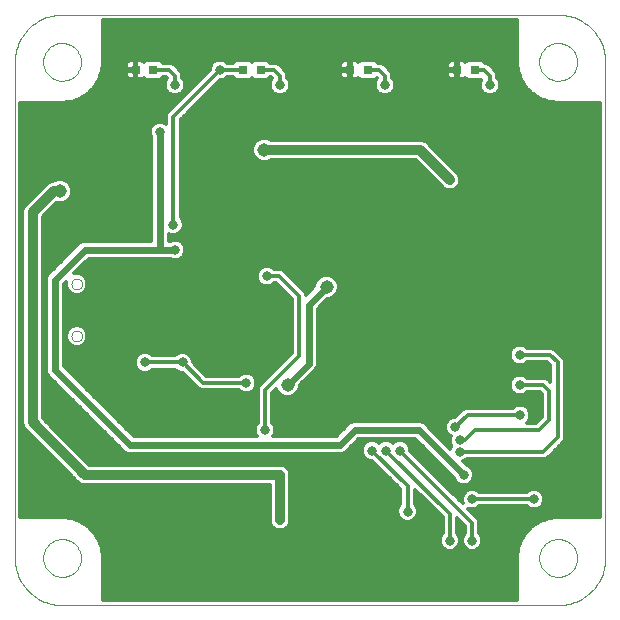
<source format=gbl>
G75*
G70*
%OFA0B0*%
%FSLAX24Y24*%
%IPPOS*%
%LPD*%
%AMOC8*
5,1,8,0,0,1.08239X$1,22.5*
%
%ADD10R,0.0315X0.0315*%
%ADD11C,0.0000*%
%ADD12C,0.0320*%
%ADD13C,0.0120*%
%ADD14C,0.0320*%
%ADD15C,0.0450*%
%ADD16C,0.0240*%
D10*
X009643Y024150D03*
X010233Y024150D03*
X013213Y024150D03*
X013804Y024150D03*
X016784Y024150D03*
X017375Y024150D03*
X020351Y024150D03*
X020942Y024150D03*
D11*
X023722Y006307D02*
X007187Y006307D01*
X006557Y007882D02*
X006559Y007932D01*
X006565Y007982D01*
X006575Y008031D01*
X006589Y008079D01*
X006606Y008126D01*
X006627Y008171D01*
X006652Y008215D01*
X006680Y008256D01*
X006712Y008295D01*
X006746Y008332D01*
X006783Y008366D01*
X006823Y008396D01*
X006865Y008423D01*
X006909Y008447D01*
X006955Y008468D01*
X007002Y008484D01*
X007050Y008497D01*
X007100Y008506D01*
X007149Y008511D01*
X007200Y008512D01*
X007250Y008509D01*
X007299Y008502D01*
X007348Y008491D01*
X007396Y008476D01*
X007442Y008458D01*
X007487Y008436D01*
X007530Y008410D01*
X007571Y008381D01*
X007610Y008349D01*
X007646Y008314D01*
X007678Y008276D01*
X007708Y008236D01*
X007735Y008193D01*
X007758Y008149D01*
X007777Y008103D01*
X007793Y008055D01*
X007805Y008006D01*
X007813Y007957D01*
X007817Y007907D01*
X007817Y007857D01*
X007813Y007807D01*
X007805Y007758D01*
X007793Y007709D01*
X007777Y007661D01*
X007758Y007615D01*
X007735Y007571D01*
X007708Y007528D01*
X007678Y007488D01*
X007646Y007450D01*
X007610Y007415D01*
X007571Y007383D01*
X007530Y007354D01*
X007487Y007328D01*
X007442Y007306D01*
X007396Y007288D01*
X007348Y007273D01*
X007299Y007262D01*
X007250Y007255D01*
X007200Y007252D01*
X007149Y007253D01*
X007100Y007258D01*
X007050Y007267D01*
X007002Y007280D01*
X006955Y007296D01*
X006909Y007317D01*
X006865Y007341D01*
X006823Y007368D01*
X006783Y007398D01*
X006746Y007432D01*
X006712Y007469D01*
X006680Y007508D01*
X006652Y007549D01*
X006627Y007593D01*
X006606Y007638D01*
X006589Y007685D01*
X006575Y007733D01*
X006565Y007782D01*
X006559Y007832D01*
X006557Y007882D01*
X005612Y007882D02*
X005614Y007805D01*
X005620Y007728D01*
X005629Y007651D01*
X005642Y007575D01*
X005659Y007499D01*
X005680Y007425D01*
X005704Y007351D01*
X005732Y007279D01*
X005763Y007209D01*
X005798Y007140D01*
X005836Y007072D01*
X005877Y007007D01*
X005922Y006944D01*
X005970Y006883D01*
X006020Y006824D01*
X006073Y006768D01*
X006129Y006715D01*
X006188Y006665D01*
X006249Y006617D01*
X006312Y006572D01*
X006377Y006531D01*
X006445Y006493D01*
X006514Y006458D01*
X006584Y006427D01*
X006656Y006399D01*
X006730Y006375D01*
X006804Y006354D01*
X006880Y006337D01*
X006956Y006324D01*
X007033Y006315D01*
X007110Y006309D01*
X007187Y006307D01*
X005612Y007882D02*
X005612Y024418D01*
X006557Y024418D02*
X006559Y024468D01*
X006565Y024518D01*
X006575Y024567D01*
X006589Y024615D01*
X006606Y024662D01*
X006627Y024707D01*
X006652Y024751D01*
X006680Y024792D01*
X006712Y024831D01*
X006746Y024868D01*
X006783Y024902D01*
X006823Y024932D01*
X006865Y024959D01*
X006909Y024983D01*
X006955Y025004D01*
X007002Y025020D01*
X007050Y025033D01*
X007100Y025042D01*
X007149Y025047D01*
X007200Y025048D01*
X007250Y025045D01*
X007299Y025038D01*
X007348Y025027D01*
X007396Y025012D01*
X007442Y024994D01*
X007487Y024972D01*
X007530Y024946D01*
X007571Y024917D01*
X007610Y024885D01*
X007646Y024850D01*
X007678Y024812D01*
X007708Y024772D01*
X007735Y024729D01*
X007758Y024685D01*
X007777Y024639D01*
X007793Y024591D01*
X007805Y024542D01*
X007813Y024493D01*
X007817Y024443D01*
X007817Y024393D01*
X007813Y024343D01*
X007805Y024294D01*
X007793Y024245D01*
X007777Y024197D01*
X007758Y024151D01*
X007735Y024107D01*
X007708Y024064D01*
X007678Y024024D01*
X007646Y023986D01*
X007610Y023951D01*
X007571Y023919D01*
X007530Y023890D01*
X007487Y023864D01*
X007442Y023842D01*
X007396Y023824D01*
X007348Y023809D01*
X007299Y023798D01*
X007250Y023791D01*
X007200Y023788D01*
X007149Y023789D01*
X007100Y023794D01*
X007050Y023803D01*
X007002Y023816D01*
X006955Y023832D01*
X006909Y023853D01*
X006865Y023877D01*
X006823Y023904D01*
X006783Y023934D01*
X006746Y023968D01*
X006712Y024005D01*
X006680Y024044D01*
X006652Y024085D01*
X006627Y024129D01*
X006606Y024174D01*
X006589Y024221D01*
X006575Y024269D01*
X006565Y024318D01*
X006559Y024368D01*
X006557Y024418D01*
X005612Y024418D02*
X005614Y024495D01*
X005620Y024572D01*
X005629Y024649D01*
X005642Y024725D01*
X005659Y024801D01*
X005680Y024875D01*
X005704Y024949D01*
X005732Y025021D01*
X005763Y025091D01*
X005798Y025160D01*
X005836Y025228D01*
X005877Y025293D01*
X005922Y025356D01*
X005970Y025417D01*
X006020Y025476D01*
X006073Y025532D01*
X006129Y025585D01*
X006188Y025635D01*
X006249Y025683D01*
X006312Y025728D01*
X006377Y025769D01*
X006445Y025807D01*
X006514Y025842D01*
X006584Y025873D01*
X006656Y025901D01*
X006730Y025925D01*
X006804Y025946D01*
X006880Y025963D01*
X006956Y025976D01*
X007033Y025985D01*
X007110Y025991D01*
X007187Y025993D01*
X023722Y025993D01*
X023092Y024418D02*
X023094Y024468D01*
X023100Y024518D01*
X023110Y024567D01*
X023124Y024615D01*
X023141Y024662D01*
X023162Y024707D01*
X023187Y024751D01*
X023215Y024792D01*
X023247Y024831D01*
X023281Y024868D01*
X023318Y024902D01*
X023358Y024932D01*
X023400Y024959D01*
X023444Y024983D01*
X023490Y025004D01*
X023537Y025020D01*
X023585Y025033D01*
X023635Y025042D01*
X023684Y025047D01*
X023735Y025048D01*
X023785Y025045D01*
X023834Y025038D01*
X023883Y025027D01*
X023931Y025012D01*
X023977Y024994D01*
X024022Y024972D01*
X024065Y024946D01*
X024106Y024917D01*
X024145Y024885D01*
X024181Y024850D01*
X024213Y024812D01*
X024243Y024772D01*
X024270Y024729D01*
X024293Y024685D01*
X024312Y024639D01*
X024328Y024591D01*
X024340Y024542D01*
X024348Y024493D01*
X024352Y024443D01*
X024352Y024393D01*
X024348Y024343D01*
X024340Y024294D01*
X024328Y024245D01*
X024312Y024197D01*
X024293Y024151D01*
X024270Y024107D01*
X024243Y024064D01*
X024213Y024024D01*
X024181Y023986D01*
X024145Y023951D01*
X024106Y023919D01*
X024065Y023890D01*
X024022Y023864D01*
X023977Y023842D01*
X023931Y023824D01*
X023883Y023809D01*
X023834Y023798D01*
X023785Y023791D01*
X023735Y023788D01*
X023684Y023789D01*
X023635Y023794D01*
X023585Y023803D01*
X023537Y023816D01*
X023490Y023832D01*
X023444Y023853D01*
X023400Y023877D01*
X023358Y023904D01*
X023318Y023934D01*
X023281Y023968D01*
X023247Y024005D01*
X023215Y024044D01*
X023187Y024085D01*
X023162Y024129D01*
X023141Y024174D01*
X023124Y024221D01*
X023110Y024269D01*
X023100Y024318D01*
X023094Y024368D01*
X023092Y024418D01*
X023722Y025993D02*
X023799Y025991D01*
X023876Y025985D01*
X023953Y025976D01*
X024029Y025963D01*
X024105Y025946D01*
X024179Y025925D01*
X024253Y025901D01*
X024325Y025873D01*
X024395Y025842D01*
X024464Y025807D01*
X024532Y025769D01*
X024597Y025728D01*
X024660Y025683D01*
X024721Y025635D01*
X024780Y025585D01*
X024836Y025532D01*
X024889Y025476D01*
X024939Y025417D01*
X024987Y025356D01*
X025032Y025293D01*
X025073Y025228D01*
X025111Y025160D01*
X025146Y025091D01*
X025177Y025021D01*
X025205Y024949D01*
X025229Y024875D01*
X025250Y024801D01*
X025267Y024725D01*
X025280Y024649D01*
X025289Y024572D01*
X025295Y024495D01*
X025297Y024418D01*
X025297Y007882D01*
X023092Y007882D02*
X023094Y007932D01*
X023100Y007982D01*
X023110Y008031D01*
X023124Y008079D01*
X023141Y008126D01*
X023162Y008171D01*
X023187Y008215D01*
X023215Y008256D01*
X023247Y008295D01*
X023281Y008332D01*
X023318Y008366D01*
X023358Y008396D01*
X023400Y008423D01*
X023444Y008447D01*
X023490Y008468D01*
X023537Y008484D01*
X023585Y008497D01*
X023635Y008506D01*
X023684Y008511D01*
X023735Y008512D01*
X023785Y008509D01*
X023834Y008502D01*
X023883Y008491D01*
X023931Y008476D01*
X023977Y008458D01*
X024022Y008436D01*
X024065Y008410D01*
X024106Y008381D01*
X024145Y008349D01*
X024181Y008314D01*
X024213Y008276D01*
X024243Y008236D01*
X024270Y008193D01*
X024293Y008149D01*
X024312Y008103D01*
X024328Y008055D01*
X024340Y008006D01*
X024348Y007957D01*
X024352Y007907D01*
X024352Y007857D01*
X024348Y007807D01*
X024340Y007758D01*
X024328Y007709D01*
X024312Y007661D01*
X024293Y007615D01*
X024270Y007571D01*
X024243Y007528D01*
X024213Y007488D01*
X024181Y007450D01*
X024145Y007415D01*
X024106Y007383D01*
X024065Y007354D01*
X024022Y007328D01*
X023977Y007306D01*
X023931Y007288D01*
X023883Y007273D01*
X023834Y007262D01*
X023785Y007255D01*
X023735Y007252D01*
X023684Y007253D01*
X023635Y007258D01*
X023585Y007267D01*
X023537Y007280D01*
X023490Y007296D01*
X023444Y007317D01*
X023400Y007341D01*
X023358Y007368D01*
X023318Y007398D01*
X023281Y007432D01*
X023247Y007469D01*
X023215Y007508D01*
X023187Y007549D01*
X023162Y007593D01*
X023141Y007638D01*
X023124Y007685D01*
X023110Y007733D01*
X023100Y007782D01*
X023094Y007832D01*
X023092Y007882D01*
X023722Y006307D02*
X023799Y006309D01*
X023876Y006315D01*
X023953Y006324D01*
X024029Y006337D01*
X024105Y006354D01*
X024179Y006375D01*
X024253Y006399D01*
X024325Y006427D01*
X024395Y006458D01*
X024464Y006493D01*
X024532Y006531D01*
X024597Y006572D01*
X024660Y006617D01*
X024721Y006665D01*
X024780Y006715D01*
X024836Y006768D01*
X024889Y006824D01*
X024939Y006883D01*
X024987Y006944D01*
X025032Y007007D01*
X025073Y007072D01*
X025111Y007140D01*
X025146Y007209D01*
X025177Y007279D01*
X025205Y007351D01*
X025229Y007425D01*
X025250Y007499D01*
X025267Y007575D01*
X025280Y007651D01*
X025289Y007728D01*
X025295Y007805D01*
X025297Y007882D01*
X007502Y015284D02*
X007504Y015310D01*
X007510Y015336D01*
X007520Y015361D01*
X007533Y015384D01*
X007549Y015404D01*
X007569Y015422D01*
X007591Y015437D01*
X007614Y015449D01*
X007640Y015457D01*
X007666Y015461D01*
X007692Y015461D01*
X007718Y015457D01*
X007744Y015449D01*
X007768Y015437D01*
X007789Y015422D01*
X007809Y015404D01*
X007825Y015384D01*
X007838Y015361D01*
X007848Y015336D01*
X007854Y015310D01*
X007856Y015284D01*
X007854Y015258D01*
X007848Y015232D01*
X007838Y015207D01*
X007825Y015184D01*
X007809Y015164D01*
X007789Y015146D01*
X007767Y015131D01*
X007744Y015119D01*
X007718Y015111D01*
X007692Y015107D01*
X007666Y015107D01*
X007640Y015111D01*
X007614Y015119D01*
X007590Y015131D01*
X007569Y015146D01*
X007549Y015164D01*
X007533Y015184D01*
X007520Y015207D01*
X007510Y015232D01*
X007504Y015258D01*
X007502Y015284D01*
X007502Y017016D02*
X007504Y017042D01*
X007510Y017068D01*
X007520Y017093D01*
X007533Y017116D01*
X007549Y017136D01*
X007569Y017154D01*
X007591Y017169D01*
X007614Y017181D01*
X007640Y017189D01*
X007666Y017193D01*
X007692Y017193D01*
X007718Y017189D01*
X007744Y017181D01*
X007768Y017169D01*
X007789Y017154D01*
X007809Y017136D01*
X007825Y017116D01*
X007838Y017093D01*
X007848Y017068D01*
X007854Y017042D01*
X007856Y017016D01*
X007854Y016990D01*
X007848Y016964D01*
X007838Y016939D01*
X007825Y016916D01*
X007809Y016896D01*
X007789Y016878D01*
X007767Y016863D01*
X007744Y016851D01*
X007718Y016843D01*
X007692Y016839D01*
X007666Y016839D01*
X007640Y016843D01*
X007614Y016851D01*
X007590Y016863D01*
X007569Y016878D01*
X007549Y016896D01*
X007533Y016916D01*
X007520Y016939D01*
X007510Y016964D01*
X007504Y016990D01*
X007502Y017016D01*
D12*
X007892Y015900D03*
X008142Y015119D03*
X009517Y015056D03*
X009923Y015525D03*
X009954Y014400D03*
X011204Y014400D03*
X013329Y013713D03*
X012798Y012744D03*
X013954Y012150D03*
X012829Y011213D03*
X010954Y010650D03*
X009954Y012525D03*
X006954Y009650D03*
X008954Y007650D03*
X014454Y009150D03*
X015454Y009181D03*
X015454Y011025D03*
X017017Y011494D03*
X017517Y011463D03*
X017986Y011463D03*
X018454Y011463D03*
X020454Y011431D03*
X020454Y011806D03*
X020298Y012244D03*
X020579Y010650D03*
X020267Y010244D03*
X020861Y009838D03*
X020861Y008463D03*
X020111Y008463D03*
X019298Y008025D03*
X018704Y009431D03*
X021954Y007650D03*
X023954Y009650D03*
X022923Y009838D03*
X022454Y012650D03*
X022454Y013650D03*
X022454Y014650D03*
X020298Y014619D03*
X020392Y016119D03*
X020392Y016869D03*
X020392Y018150D03*
X020361Y018869D03*
X020117Y020483D03*
X019835Y020765D03*
X020579Y020650D03*
X021454Y021213D03*
X022454Y020650D03*
X023954Y022650D03*
X021454Y023650D03*
X021954Y024650D03*
X017954Y023650D03*
X016954Y023150D03*
X014454Y023650D03*
X013942Y022087D03*
X012754Y021150D03*
X013942Y020775D03*
X015254Y020775D03*
X017798Y020213D03*
X017486Y018494D03*
X016154Y016013D03*
X014704Y015113D03*
X016204Y014813D03*
X017598Y014462D03*
X016173Y012431D03*
X014017Y017275D03*
X012079Y019213D03*
X011486Y019213D03*
X010898Y018994D03*
X010954Y018150D03*
X011736Y020213D03*
X010454Y022075D03*
X010954Y023650D03*
X012454Y024150D03*
X008954Y024650D03*
X006954Y022650D03*
X006611Y022025D03*
X008054Y021108D03*
D13*
X007340Y020450D02*
X007191Y020511D01*
X007030Y020511D01*
X006881Y020450D01*
X006878Y020446D01*
X006843Y020446D01*
X006718Y020394D01*
X005916Y019593D01*
X005864Y019468D01*
X005864Y012332D01*
X005916Y012207D01*
X006012Y012112D01*
X007762Y010362D01*
X007887Y010310D01*
X014114Y010310D01*
X014114Y009082D01*
X014166Y008957D01*
X014262Y008862D01*
X014387Y008810D01*
X014522Y008810D01*
X014647Y008862D01*
X014743Y008957D01*
X014794Y009082D01*
X014794Y010718D01*
X014743Y010843D01*
X014647Y010938D01*
X014522Y010990D01*
X008095Y010990D01*
X006544Y012541D01*
X006544Y019259D01*
X006999Y019714D01*
X007030Y019701D01*
X007191Y019701D01*
X007340Y019763D01*
X007454Y019877D01*
X007516Y020026D01*
X007516Y020187D01*
X007454Y020336D01*
X007340Y020450D01*
X007246Y020489D02*
X010154Y020489D01*
X010154Y020607D02*
X005792Y020607D01*
X005792Y020489D02*
X006975Y020489D01*
X006694Y020370D02*
X005792Y020370D01*
X005792Y020252D02*
X006575Y020252D01*
X006457Y020133D02*
X005792Y020133D01*
X005792Y020015D02*
X006338Y020015D01*
X006220Y019896D02*
X005792Y019896D01*
X005792Y019778D02*
X006101Y019778D01*
X005983Y019659D02*
X005792Y019659D01*
X005792Y019541D02*
X005895Y019541D01*
X005864Y019422D02*
X005792Y019422D01*
X005792Y019304D02*
X005864Y019304D01*
X005864Y019185D02*
X005792Y019185D01*
X005792Y019067D02*
X005864Y019067D01*
X005864Y018948D02*
X005792Y018948D01*
X005792Y018830D02*
X005864Y018830D01*
X005864Y018711D02*
X005792Y018711D01*
X005792Y018593D02*
X005864Y018593D01*
X005864Y018474D02*
X005792Y018474D01*
X005792Y018356D02*
X005864Y018356D01*
X005864Y018237D02*
X005792Y018237D01*
X005792Y018119D02*
X005864Y018119D01*
X005864Y018000D02*
X005792Y018000D01*
X005792Y017882D02*
X005864Y017882D01*
X005864Y017763D02*
X005792Y017763D01*
X005792Y017645D02*
X005864Y017645D01*
X005864Y017526D02*
X005792Y017526D01*
X005792Y017408D02*
X005864Y017408D01*
X005864Y017289D02*
X005792Y017289D01*
X005792Y017171D02*
X005864Y017171D01*
X005864Y017052D02*
X005792Y017052D01*
X005792Y016934D02*
X005864Y016934D01*
X005864Y016815D02*
X005792Y016815D01*
X005792Y016697D02*
X005864Y016697D01*
X005864Y016578D02*
X005792Y016578D01*
X005792Y016460D02*
X005864Y016460D01*
X005864Y016341D02*
X005792Y016341D01*
X005792Y016223D02*
X005864Y016223D01*
X005864Y016104D02*
X005792Y016104D01*
X005792Y015986D02*
X005864Y015986D01*
X005864Y015867D02*
X005792Y015867D01*
X005792Y015749D02*
X005864Y015749D01*
X005864Y015630D02*
X005792Y015630D01*
X005792Y015512D02*
X005864Y015512D01*
X005864Y015393D02*
X005792Y015393D01*
X005792Y015275D02*
X005864Y015275D01*
X005864Y015156D02*
X005792Y015156D01*
X005792Y015038D02*
X005864Y015038D01*
X005864Y014919D02*
X005792Y014919D01*
X005792Y014801D02*
X005864Y014801D01*
X005864Y014682D02*
X005792Y014682D01*
X005792Y014564D02*
X005864Y014564D01*
X005864Y014445D02*
X005792Y014445D01*
X005792Y014327D02*
X005864Y014327D01*
X005864Y014208D02*
X005792Y014208D01*
X005792Y014090D02*
X005864Y014090D01*
X005864Y013971D02*
X005792Y013971D01*
X005792Y013853D02*
X005864Y013853D01*
X005864Y013734D02*
X005792Y013734D01*
X005792Y013616D02*
X005864Y013616D01*
X005864Y013497D02*
X005792Y013497D01*
X005792Y013379D02*
X005864Y013379D01*
X005864Y013260D02*
X005792Y013260D01*
X005792Y013142D02*
X005864Y013142D01*
X005864Y013023D02*
X005792Y013023D01*
X005792Y012905D02*
X005864Y012905D01*
X005864Y012786D02*
X005792Y012786D01*
X005792Y012668D02*
X005864Y012668D01*
X005864Y012549D02*
X005792Y012549D01*
X005792Y012431D02*
X005864Y012431D01*
X005873Y012312D02*
X005792Y012312D01*
X005792Y012194D02*
X005930Y012194D01*
X006048Y012075D02*
X005792Y012075D01*
X005792Y011957D02*
X006167Y011957D01*
X006285Y011838D02*
X005792Y011838D01*
X005792Y011720D02*
X006404Y011720D01*
X006522Y011601D02*
X005792Y011601D01*
X005792Y011483D02*
X006641Y011483D01*
X006759Y011364D02*
X005792Y011364D01*
X005792Y011246D02*
X006878Y011246D01*
X006996Y011127D02*
X005792Y011127D01*
X005792Y011009D02*
X007115Y011009D01*
X007233Y010890D02*
X005792Y010890D01*
X005792Y010772D02*
X007352Y010772D01*
X007470Y010653D02*
X005792Y010653D01*
X005792Y010535D02*
X007589Y010535D01*
X007707Y010416D02*
X005792Y010416D01*
X005792Y010298D02*
X014114Y010298D01*
X014114Y010179D02*
X005792Y010179D01*
X005792Y010061D02*
X014114Y010061D01*
X014114Y009942D02*
X005792Y009942D01*
X005792Y009824D02*
X014114Y009824D01*
X014114Y009705D02*
X005792Y009705D01*
X005792Y009587D02*
X014114Y009587D01*
X014114Y009468D02*
X005792Y009468D01*
X005792Y009350D02*
X014114Y009350D01*
X014114Y009231D02*
X007376Y009231D01*
X007380Y009230D02*
X007320Y009243D01*
X007308Y009235D01*
X007266Y009238D01*
X007261Y009243D01*
X007193Y009243D01*
X007125Y009248D01*
X007119Y009243D01*
X005792Y009243D01*
X005792Y023057D01*
X007119Y023057D01*
X007125Y023052D01*
X007193Y023057D01*
X007261Y023057D01*
X007266Y023062D01*
X007308Y023065D01*
X007320Y023057D01*
X007380Y023070D01*
X007442Y023074D01*
X007452Y023085D01*
X007499Y023096D01*
X007512Y023090D01*
X007570Y023111D01*
X007630Y023124D01*
X007638Y023137D01*
X007684Y023154D01*
X007698Y023150D01*
X007752Y023179D01*
X007810Y023201D01*
X007816Y023214D01*
X011179Y023214D01*
X011147Y023362D02*
X011243Y023457D01*
X011294Y023582D01*
X011294Y023718D01*
X011243Y023843D01*
X011194Y023891D01*
X011194Y024010D01*
X011158Y024098D01*
X011090Y024166D01*
X010903Y024353D01*
X010815Y024390D01*
X010563Y024390D01*
X010465Y024487D01*
X010001Y024487D01*
X009924Y024410D01*
X009898Y024436D01*
X009862Y024457D01*
X009821Y024467D01*
X009661Y024467D01*
X009661Y024169D01*
X009624Y024169D01*
X009624Y024467D01*
X009464Y024467D01*
X009423Y024457D01*
X009387Y024436D01*
X009357Y024406D01*
X009336Y024369D01*
X009325Y024329D01*
X009325Y024169D01*
X009624Y024169D01*
X009624Y024131D01*
X009661Y024131D01*
X009661Y023833D01*
X009821Y023833D01*
X009862Y023843D01*
X009898Y023864D01*
X009924Y023890D01*
X010001Y023813D01*
X010465Y023813D01*
X010563Y023910D01*
X010667Y023910D01*
X010700Y023877D01*
X010666Y023843D01*
X010614Y023718D01*
X010614Y023582D01*
X010666Y023457D01*
X010762Y023362D01*
X010887Y023310D01*
X011022Y023310D01*
X011147Y023362D01*
X011076Y023333D02*
X011297Y023333D01*
X011236Y023451D02*
X011416Y023451D01*
X011534Y023570D02*
X011289Y023570D01*
X011294Y023688D02*
X011653Y023688D01*
X011771Y023807D02*
X011258Y023807D01*
X011194Y023925D02*
X011890Y023925D01*
X012008Y024044D02*
X011181Y024044D01*
X011094Y024162D02*
X012114Y024162D01*
X012114Y024149D02*
X010695Y022730D01*
X010658Y022641D01*
X010658Y022352D01*
X010647Y022363D01*
X010522Y022415D01*
X010387Y022415D01*
X010262Y022363D01*
X010166Y022268D01*
X010114Y022143D01*
X010114Y022007D01*
X010154Y021911D01*
X010154Y018450D01*
X007895Y018450D01*
X007784Y018404D01*
X006784Y017404D01*
X006700Y017320D01*
X006654Y017210D01*
X006654Y014090D01*
X006700Y013980D01*
X009200Y011480D01*
X009284Y011396D01*
X009395Y011350D01*
X016514Y011350D01*
X016624Y011396D01*
X016709Y011480D01*
X017079Y011850D01*
X018955Y011850D01*
X020251Y010554D01*
X020291Y010457D01*
X020387Y010362D01*
X020512Y010310D01*
X020647Y010310D01*
X020772Y010362D01*
X020868Y010457D01*
X020919Y010582D01*
X020919Y010718D01*
X020868Y010843D01*
X020772Y010938D01*
X020675Y010978D01*
X020551Y011103D01*
X020647Y011143D01*
X020695Y011191D01*
X023283Y011191D01*
X023372Y011228D01*
X023908Y011764D01*
X023944Y011852D01*
X023944Y014448D01*
X023908Y014536D01*
X023658Y014786D01*
X023590Y014853D01*
X023502Y014890D01*
X022695Y014890D01*
X022647Y014938D01*
X022522Y014990D01*
X022387Y014990D01*
X022262Y014938D01*
X022166Y014843D01*
X022114Y014718D01*
X022114Y014582D01*
X022166Y014457D01*
X022262Y014362D01*
X022387Y014310D01*
X022522Y014310D01*
X022647Y014362D01*
X022695Y014410D01*
X023355Y014410D01*
X023464Y014301D01*
X023464Y013761D01*
X023439Y013786D01*
X023372Y013853D01*
X023283Y013890D01*
X022695Y013890D01*
X022647Y013938D01*
X022522Y013990D01*
X022387Y013990D01*
X022262Y013938D01*
X022166Y013843D01*
X022114Y013718D01*
X022114Y013582D01*
X022166Y013457D01*
X022262Y013362D01*
X022387Y013310D01*
X022522Y013310D01*
X022647Y013362D01*
X022695Y013410D01*
X023136Y013410D01*
X023183Y013363D01*
X023183Y012593D01*
X022980Y012390D01*
X022675Y012390D01*
X022743Y012457D01*
X022794Y012582D01*
X022794Y012718D01*
X022743Y012843D01*
X022647Y012938D01*
X022522Y012990D01*
X022387Y012990D01*
X022262Y012938D01*
X022213Y012890D01*
X020657Y012890D01*
X020568Y012853D01*
X020501Y012786D01*
X014194Y012786D01*
X014194Y012668D02*
X020382Y012668D01*
X020299Y012584D02*
X020230Y012584D01*
X020105Y012532D01*
X020010Y012436D01*
X019958Y012311D01*
X019958Y012176D01*
X020010Y012051D01*
X020105Y011956D01*
X020142Y011940D01*
X020114Y011874D01*
X020114Y011739D01*
X020164Y011619D01*
X020126Y011527D01*
X019249Y012404D01*
X019139Y012450D01*
X016895Y012450D01*
X016784Y012404D01*
X016700Y012320D01*
X016700Y012320D01*
X016330Y011950D01*
X014235Y011950D01*
X014243Y011957D01*
X014294Y012082D01*
X014294Y012218D01*
X014243Y012343D01*
X014194Y012391D01*
X014194Y013394D01*
X014324Y013524D01*
X014361Y013433D01*
X014475Y013319D01*
X014624Y013258D01*
X014785Y013258D01*
X014934Y013319D01*
X015048Y013433D01*
X015109Y013582D01*
X015109Y013643D01*
X015659Y014193D01*
X015704Y014303D01*
X015704Y016188D01*
X016024Y016508D01*
X016085Y016508D01*
X016234Y016569D01*
X016348Y016683D01*
X016409Y016832D01*
X016409Y016993D01*
X016348Y017142D01*
X016234Y017256D01*
X016085Y017317D01*
X015924Y017317D01*
X015775Y017256D01*
X015661Y017142D01*
X015599Y016993D01*
X015599Y016932D01*
X015319Y016652D01*
X015319Y016666D01*
X015283Y016755D01*
X014627Y017411D01*
X014559Y017478D01*
X014471Y017515D01*
X014258Y017515D01*
X014209Y017563D01*
X014084Y017615D01*
X013949Y017615D01*
X013824Y017563D01*
X013729Y017468D01*
X013677Y017343D01*
X013677Y017207D01*
X013729Y017082D01*
X013824Y016987D01*
X013949Y016935D01*
X014084Y016935D01*
X014209Y016987D01*
X014258Y017035D01*
X014324Y017035D01*
X014839Y016519D01*
X014839Y014718D01*
X013751Y013630D01*
X013714Y013541D01*
X013714Y012391D01*
X013666Y012343D01*
X013614Y012218D01*
X013614Y012082D01*
X013666Y011957D01*
X013674Y011950D01*
X009579Y011950D01*
X007254Y014274D01*
X007254Y017026D01*
X007326Y017097D01*
X007322Y017087D01*
X007322Y016945D01*
X007376Y016814D01*
X007476Y016713D01*
X007608Y016659D01*
X007750Y016659D01*
X007881Y016713D01*
X007982Y016814D01*
X008036Y016945D01*
X008036Y017087D01*
X007982Y017218D01*
X007881Y017319D01*
X007750Y017373D01*
X007608Y017373D01*
X007598Y017369D01*
X008079Y017850D01*
X010790Y017850D01*
X010887Y017810D01*
X011022Y017810D01*
X011147Y017862D01*
X011243Y017957D01*
X011294Y018082D01*
X011294Y018218D01*
X011243Y018343D01*
X011147Y018438D01*
X011022Y018490D01*
X010887Y018490D01*
X010790Y018450D01*
X010754Y018450D01*
X010754Y018685D01*
X010830Y018654D01*
X010966Y018654D01*
X011091Y018706D01*
X011186Y018801D01*
X011238Y018926D01*
X011238Y019061D01*
X011186Y019186D01*
X011138Y019235D01*
X011138Y022494D01*
X012454Y023810D01*
X012522Y023810D01*
X012647Y023862D01*
X012695Y023910D01*
X012884Y023910D01*
X012981Y023813D01*
X013445Y023813D01*
X013509Y023876D01*
X013572Y023813D01*
X014036Y023813D01*
X014133Y023910D01*
X014167Y023910D01*
X014200Y023877D01*
X014166Y023843D01*
X014114Y023718D01*
X014114Y023582D01*
X014166Y023457D01*
X014262Y023362D01*
X014387Y023310D01*
X014522Y023310D01*
X014647Y023362D01*
X014743Y023457D01*
X014794Y023582D01*
X014794Y023718D01*
X014743Y023843D01*
X014694Y023891D01*
X014694Y024010D01*
X014658Y024098D01*
X014590Y024166D01*
X014403Y024353D01*
X014315Y024390D01*
X014133Y024390D01*
X014036Y024487D01*
X013572Y024487D01*
X013509Y024424D01*
X013445Y024487D01*
X012981Y024487D01*
X012884Y024390D01*
X012695Y024390D01*
X012647Y024438D01*
X012522Y024490D01*
X012387Y024490D01*
X012262Y024438D01*
X012166Y024343D01*
X012114Y024218D01*
X012114Y024149D01*
X012140Y024281D02*
X010976Y024281D01*
X011090Y024166D02*
X011090Y024166D01*
X010954Y023963D02*
X010954Y023650D01*
X010954Y023963D02*
X010767Y024150D01*
X010233Y024150D01*
X010554Y024399D02*
X012223Y024399D01*
X012454Y024150D02*
X010898Y022594D01*
X010898Y018994D01*
X011198Y018830D02*
X025117Y018830D01*
X025117Y018948D02*
X011238Y018948D01*
X011236Y019067D02*
X025117Y019067D01*
X025117Y019185D02*
X011187Y019185D01*
X011138Y019304D02*
X025117Y019304D01*
X025117Y019422D02*
X011138Y019422D01*
X011138Y019541D02*
X025117Y019541D01*
X025117Y019659D02*
X011138Y019659D01*
X011138Y019778D02*
X025117Y019778D01*
X025117Y019896D02*
X011138Y019896D01*
X011138Y020015D02*
X025117Y020015D01*
X025117Y020133D02*
X011138Y020133D01*
X011138Y020252D02*
X019868Y020252D01*
X019924Y020195D02*
X020049Y020143D01*
X020184Y020143D01*
X020309Y020195D01*
X020405Y020291D01*
X020457Y020416D01*
X020457Y020551D01*
X020405Y020676D01*
X020124Y020957D01*
X020028Y021053D01*
X019309Y021772D01*
X019184Y021823D01*
X014162Y021823D01*
X014158Y021827D01*
X014010Y021888D01*
X013848Y021888D01*
X013700Y021827D01*
X013586Y021713D01*
X013524Y021564D01*
X013524Y021403D01*
X013586Y021254D01*
X013700Y021140D01*
X013848Y021078D01*
X014010Y021078D01*
X014158Y021140D01*
X014162Y021143D01*
X018976Y021143D01*
X019547Y020572D01*
X019643Y020476D01*
X019924Y020195D01*
X019749Y020370D02*
X011138Y020370D01*
X011138Y020489D02*
X019631Y020489D01*
X019512Y020607D02*
X011138Y020607D01*
X011138Y020726D02*
X019394Y020726D01*
X019275Y020844D02*
X011138Y020844D01*
X011138Y020963D02*
X019157Y020963D01*
X019038Y021081D02*
X014016Y021081D01*
X013842Y021081D02*
X011138Y021081D01*
X011138Y021200D02*
X013640Y021200D01*
X013559Y021318D02*
X011138Y021318D01*
X011138Y021437D02*
X013524Y021437D01*
X013524Y021555D02*
X011138Y021555D01*
X011138Y021674D02*
X013569Y021674D01*
X013665Y021792D02*
X011138Y021792D01*
X011138Y021911D02*
X025117Y021911D01*
X025117Y022029D02*
X011138Y022029D01*
X011138Y022148D02*
X025117Y022148D01*
X025117Y022266D02*
X011138Y022266D01*
X011138Y022385D02*
X025117Y022385D01*
X025117Y022503D02*
X011147Y022503D01*
X011265Y022622D02*
X025117Y022622D01*
X025117Y022740D02*
X011384Y022740D01*
X011502Y022859D02*
X025117Y022859D01*
X025117Y022977D02*
X011621Y022977D01*
X011739Y023096D02*
X023381Y023096D01*
X023396Y023090D02*
X023410Y023096D01*
X023457Y023085D01*
X023467Y023074D01*
X023528Y023070D01*
X023589Y023057D01*
X023601Y023065D01*
X023642Y023062D01*
X023647Y023057D01*
X023716Y023057D01*
X023784Y023052D01*
X023789Y023057D01*
X025117Y023057D01*
X025117Y009243D01*
X023789Y009243D01*
X023784Y009248D01*
X023716Y009243D01*
X023647Y009243D01*
X023642Y009238D01*
X023601Y009235D01*
X023589Y009243D01*
X023528Y009230D01*
X023467Y009226D01*
X023457Y009215D01*
X023410Y009204D01*
X023396Y009210D01*
X023338Y009189D01*
X023278Y009176D01*
X023270Y009163D01*
X023225Y009146D01*
X023211Y009150D01*
X023156Y009121D01*
X023099Y009099D01*
X023093Y009086D01*
X023050Y009063D01*
X023035Y009065D01*
X022986Y009028D01*
X022932Y008998D01*
X022928Y008984D01*
X022889Y008955D01*
X022874Y008955D01*
X022830Y008911D01*
X022781Y008874D01*
X022779Y008860D01*
X022745Y008825D01*
X022730Y008823D01*
X022693Y008774D01*
X022649Y008730D01*
X022649Y008716D01*
X022620Y008677D01*
X022606Y008673D01*
X022577Y008618D01*
X022540Y008569D01*
X022542Y008555D01*
X022518Y008512D01*
X022505Y008506D01*
X022484Y008448D01*
X022454Y008394D01*
X022458Y008380D01*
X022441Y008334D01*
X022429Y008326D01*
X022416Y008266D01*
X022394Y008208D01*
X022400Y008195D01*
X022390Y008147D01*
X022379Y008138D01*
X022374Y008076D01*
X022361Y008016D01*
X022369Y008003D01*
X022366Y007962D01*
X022361Y007957D01*
X022361Y007889D01*
X022356Y007821D01*
X022361Y007815D01*
X022361Y006487D01*
X008548Y006487D01*
X008548Y007815D01*
X008553Y007821D01*
X008548Y007889D01*
X008548Y007957D01*
X008542Y007962D01*
X008540Y008003D01*
X008547Y008016D01*
X008534Y008076D01*
X008530Y008138D01*
X008519Y008147D01*
X008508Y008195D01*
X008515Y008208D01*
X008493Y008266D01*
X008480Y008326D01*
X008468Y008334D01*
X008451Y008380D01*
X008455Y008394D01*
X008425Y008448D01*
X008404Y008506D01*
X008390Y008512D01*
X008367Y008555D01*
X008369Y008569D01*
X008332Y008618D01*
X008302Y008673D01*
X008288Y008677D01*
X008259Y008716D01*
X008259Y008730D01*
X008216Y008774D01*
X008179Y008823D01*
X008164Y008825D01*
X008130Y008860D01*
X008128Y008874D01*
X008078Y008911D01*
X008035Y008955D01*
X008020Y008955D01*
X007981Y008984D01*
X007977Y008998D01*
X007923Y009028D01*
X007873Y009065D01*
X007859Y009063D01*
X007816Y009086D01*
X007810Y009099D01*
X007752Y009121D01*
X007698Y009150D01*
X007684Y009146D01*
X007638Y009163D01*
X007630Y009176D01*
X007570Y009189D01*
X007512Y009210D01*
X007499Y009204D01*
X007452Y009215D01*
X007442Y009226D01*
X007380Y009230D01*
X007774Y009113D02*
X014114Y009113D01*
X014151Y008994D02*
X007978Y008994D01*
X008126Y008876D02*
X014248Y008876D01*
X014661Y008876D02*
X019871Y008876D01*
X019871Y008994D02*
X014758Y008994D01*
X014794Y009113D02*
X018585Y009113D01*
X018637Y009091D02*
X018772Y009091D01*
X018897Y009143D01*
X018993Y009239D01*
X019044Y009364D01*
X019044Y009499D01*
X018993Y009624D01*
X018944Y009672D01*
X018944Y010164D01*
X019871Y009238D01*
X019871Y008703D01*
X019822Y008655D01*
X019771Y008530D01*
X019771Y008395D01*
X019822Y008270D01*
X019918Y008174D01*
X020043Y008123D01*
X020178Y008123D01*
X020303Y008174D01*
X020399Y008270D01*
X020451Y008395D01*
X020451Y008530D01*
X020399Y008655D01*
X020351Y008703D01*
X020351Y009227D01*
X020621Y008957D01*
X020621Y008703D01*
X020572Y008655D01*
X020521Y008530D01*
X020521Y008395D01*
X020572Y008270D01*
X020668Y008174D01*
X020793Y008123D01*
X020928Y008123D01*
X021053Y008174D01*
X021149Y008270D01*
X021201Y008395D01*
X021201Y008530D01*
X021149Y008655D01*
X021101Y008703D01*
X021101Y009104D01*
X021064Y009192D01*
X020997Y009260D01*
X020997Y009260D01*
X020735Y009522D01*
X020793Y009498D01*
X020928Y009498D01*
X021053Y009549D01*
X021101Y009598D01*
X022682Y009598D01*
X022730Y009549D01*
X022855Y009498D01*
X022991Y009498D01*
X023116Y009549D01*
X023211Y009645D01*
X023263Y009770D01*
X023263Y009905D01*
X023211Y010030D01*
X023116Y010126D01*
X022991Y010177D01*
X022855Y010177D01*
X022730Y010126D01*
X022682Y010077D01*
X021101Y010077D01*
X021053Y010126D01*
X020928Y010177D01*
X020793Y010177D01*
X020668Y010126D01*
X020572Y010030D01*
X020521Y009905D01*
X020521Y009770D01*
X020545Y009711D01*
X018794Y011462D01*
X018794Y011530D01*
X018743Y011655D01*
X018647Y011751D01*
X018522Y011802D01*
X018387Y011802D01*
X018262Y011751D01*
X018220Y011709D01*
X018178Y011751D01*
X018053Y011802D01*
X017918Y011802D01*
X017793Y011751D01*
X017751Y011709D01*
X017709Y011751D01*
X017584Y011802D01*
X017449Y011802D01*
X017324Y011751D01*
X017229Y011655D01*
X017177Y011530D01*
X017177Y011395D01*
X017229Y011270D01*
X017324Y011174D01*
X017449Y011123D01*
X017517Y011123D01*
X018464Y010176D01*
X018464Y009672D01*
X018416Y009624D01*
X018364Y009499D01*
X018364Y009364D01*
X018416Y009239D01*
X018512Y009143D01*
X018637Y009091D01*
X018823Y009113D02*
X019871Y009113D01*
X019871Y009231D02*
X018985Y009231D01*
X019038Y009350D02*
X019759Y009350D01*
X019641Y009468D02*
X019044Y009468D01*
X019008Y009587D02*
X019522Y009587D01*
X019404Y009705D02*
X018944Y009705D01*
X018944Y009824D02*
X019285Y009824D01*
X019167Y009942D02*
X018944Y009942D01*
X018944Y010061D02*
X019048Y010061D01*
X018704Y010275D02*
X017517Y011463D01*
X017206Y011601D02*
X016830Y011601D01*
X016948Y011720D02*
X017293Y011720D01*
X017067Y011838D02*
X018967Y011838D01*
X019086Y011720D02*
X018678Y011720D01*
X018765Y011601D02*
X019204Y011601D01*
X019323Y011483D02*
X018794Y011483D01*
X018892Y011364D02*
X019441Y011364D01*
X019560Y011246D02*
X019011Y011246D01*
X019129Y011127D02*
X019678Y011127D01*
X019797Y011009D02*
X019248Y011009D01*
X019366Y010890D02*
X019915Y010890D01*
X020034Y010772D02*
X019485Y010772D01*
X019603Y010653D02*
X020152Y010653D01*
X020259Y010535D02*
X019722Y010535D01*
X019840Y010416D02*
X020332Y010416D01*
X020077Y010179D02*
X025117Y010179D01*
X025117Y010061D02*
X023181Y010061D01*
X023248Y009942D02*
X025117Y009942D01*
X025117Y009824D02*
X023263Y009824D01*
X023236Y009705D02*
X025117Y009705D01*
X025117Y009587D02*
X023153Y009587D01*
X022923Y009838D02*
X020861Y009838D01*
X021090Y009587D02*
X022693Y009587D01*
X022931Y008994D02*
X021101Y008994D01*
X021101Y008876D02*
X022783Y008876D01*
X022676Y008757D02*
X021101Y008757D01*
X021156Y008639D02*
X022588Y008639D01*
X022523Y008520D02*
X021201Y008520D01*
X021201Y008402D02*
X022458Y008402D01*
X022419Y008283D02*
X021154Y008283D01*
X021030Y008165D02*
X022394Y008165D01*
X022368Y008046D02*
X008541Y008046D01*
X008548Y007928D02*
X022361Y007928D01*
X022361Y007809D02*
X008548Y007809D01*
X008548Y007691D02*
X022361Y007691D01*
X022361Y007572D02*
X008548Y007572D01*
X008548Y007454D02*
X022361Y007454D01*
X022361Y007335D02*
X008548Y007335D01*
X008548Y007217D02*
X022361Y007217D01*
X022361Y007098D02*
X008548Y007098D01*
X008548Y006980D02*
X022361Y006980D01*
X022361Y006861D02*
X008548Y006861D01*
X008548Y006743D02*
X022361Y006743D01*
X022361Y006624D02*
X008548Y006624D01*
X008548Y006506D02*
X022361Y006506D01*
X020692Y008165D02*
X020280Y008165D01*
X020404Y008283D02*
X020567Y008283D01*
X020521Y008402D02*
X020451Y008402D01*
X020451Y008520D02*
X020521Y008520D01*
X020565Y008639D02*
X020406Y008639D01*
X020351Y008757D02*
X020621Y008757D01*
X020621Y008876D02*
X020351Y008876D01*
X020351Y008994D02*
X020583Y008994D01*
X020465Y009113D02*
X020351Y009113D01*
X020111Y009338D02*
X017986Y011463D01*
X018209Y011720D02*
X018231Y011720D01*
X018454Y011463D02*
X020861Y009056D01*
X020861Y008463D01*
X021097Y009113D02*
X023134Y009113D01*
X023533Y009231D02*
X021025Y009231D01*
X020907Y009350D02*
X025117Y009350D01*
X025117Y009468D02*
X020788Y009468D01*
X020521Y009824D02*
X020433Y009824D01*
X020536Y009942D02*
X020314Y009942D01*
X020196Y010061D02*
X020603Y010061D01*
X020826Y010416D02*
X025117Y010416D01*
X025117Y010298D02*
X019959Y010298D01*
X020900Y010535D02*
X025117Y010535D01*
X025117Y010653D02*
X020919Y010653D01*
X020897Y010772D02*
X025117Y010772D01*
X025117Y010890D02*
X020820Y010890D01*
X020645Y011009D02*
X025117Y011009D01*
X025117Y011127D02*
X020608Y011127D01*
X020454Y011431D02*
X023236Y011431D01*
X023704Y011900D01*
X023704Y014400D01*
X023454Y014650D01*
X022454Y014650D01*
X022149Y014801D02*
X015704Y014801D01*
X015704Y014919D02*
X022243Y014919D01*
X022114Y014682D02*
X015704Y014682D01*
X015704Y014564D02*
X022122Y014564D01*
X022178Y014445D02*
X015704Y014445D01*
X015704Y014327D02*
X022347Y014327D01*
X022562Y014327D02*
X023438Y014327D01*
X023464Y014208D02*
X015665Y014208D01*
X015556Y014090D02*
X023464Y014090D01*
X023464Y013971D02*
X022568Y013971D01*
X022341Y013971D02*
X015437Y013971D01*
X015319Y013853D02*
X022176Y013853D01*
X022121Y013734D02*
X015200Y013734D01*
X015109Y013616D02*
X022114Y013616D01*
X022150Y013497D02*
X015074Y013497D01*
X014993Y013379D02*
X022245Y013379D01*
X022454Y013650D02*
X023236Y013650D01*
X023423Y013463D01*
X023423Y012494D01*
X023079Y012150D01*
X020954Y012150D01*
X020611Y011806D01*
X020454Y011806D01*
X020114Y011838D02*
X019816Y011838D01*
X019934Y011720D02*
X020122Y011720D01*
X020157Y011601D02*
X020053Y011601D01*
X020104Y011957D02*
X019697Y011957D01*
X019579Y012075D02*
X020000Y012075D01*
X019958Y012194D02*
X019460Y012194D01*
X019342Y012312D02*
X019958Y012312D01*
X020007Y012431D02*
X019186Y012431D01*
X020147Y012549D02*
X014194Y012549D01*
X014194Y012431D02*
X016848Y012431D01*
X016692Y012312D02*
X014255Y012312D01*
X014294Y012194D02*
X016574Y012194D01*
X016455Y012075D02*
X014291Y012075D01*
X014242Y011957D02*
X016337Y011957D01*
X016711Y011483D02*
X017177Y011483D01*
X017190Y011364D02*
X016548Y011364D01*
X016709Y011480D02*
X016709Y011480D01*
X017253Y011246D02*
X007840Y011246D01*
X007721Y011364D02*
X009361Y011364D01*
X009198Y011483D02*
X007603Y011483D01*
X007484Y011601D02*
X009079Y011601D01*
X008961Y011720D02*
X007366Y011720D01*
X007247Y011838D02*
X008842Y011838D01*
X008724Y011957D02*
X007129Y011957D01*
X007010Y012075D02*
X008605Y012075D01*
X008487Y012194D02*
X006892Y012194D01*
X006773Y012312D02*
X008368Y012312D01*
X008250Y012431D02*
X006655Y012431D01*
X006544Y012549D02*
X008131Y012549D01*
X008013Y012668D02*
X006544Y012668D01*
X006544Y012786D02*
X007894Y012786D01*
X007776Y012905D02*
X006544Y012905D01*
X006544Y013023D02*
X007657Y013023D01*
X007539Y013142D02*
X006544Y013142D01*
X006544Y013260D02*
X007420Y013260D01*
X007302Y013379D02*
X006544Y013379D01*
X006544Y013497D02*
X007183Y013497D01*
X007065Y013616D02*
X006544Y013616D01*
X006544Y013734D02*
X006946Y013734D01*
X006828Y013853D02*
X006544Y013853D01*
X006544Y013971D02*
X006709Y013971D01*
X006655Y014090D02*
X006544Y014090D01*
X006544Y014208D02*
X006654Y014208D01*
X006654Y014327D02*
X006544Y014327D01*
X006544Y014445D02*
X006654Y014445D01*
X006654Y014564D02*
X006544Y014564D01*
X006544Y014682D02*
X006654Y014682D01*
X006654Y014801D02*
X006544Y014801D01*
X006544Y014919D02*
X006654Y014919D01*
X006654Y015038D02*
X006544Y015038D01*
X006544Y015156D02*
X006654Y015156D01*
X006654Y015275D02*
X006544Y015275D01*
X006544Y015393D02*
X006654Y015393D01*
X006654Y015512D02*
X006544Y015512D01*
X006544Y015630D02*
X006654Y015630D01*
X006654Y015749D02*
X006544Y015749D01*
X006544Y015867D02*
X006654Y015867D01*
X006654Y015986D02*
X006544Y015986D01*
X006544Y016104D02*
X006654Y016104D01*
X006654Y016223D02*
X006544Y016223D01*
X006544Y016341D02*
X006654Y016341D01*
X006654Y016460D02*
X006544Y016460D01*
X006544Y016578D02*
X006654Y016578D01*
X006654Y016697D02*
X006544Y016697D01*
X006544Y016815D02*
X006654Y016815D01*
X006654Y016934D02*
X006544Y016934D01*
X006544Y017052D02*
X006654Y017052D01*
X006654Y017171D02*
X006544Y017171D01*
X006544Y017289D02*
X006687Y017289D01*
X006788Y017408D02*
X006544Y017408D01*
X006544Y017526D02*
X006906Y017526D01*
X007025Y017645D02*
X006544Y017645D01*
X006544Y017763D02*
X007143Y017763D01*
X007262Y017882D02*
X006544Y017882D01*
X006544Y018000D02*
X007380Y018000D01*
X007499Y018119D02*
X006544Y018119D01*
X006544Y018237D02*
X007617Y018237D01*
X007736Y018356D02*
X006544Y018356D01*
X006544Y018474D02*
X010154Y018474D01*
X010154Y018593D02*
X006544Y018593D01*
X006544Y018711D02*
X010154Y018711D01*
X010154Y018830D02*
X006544Y018830D01*
X006544Y018948D02*
X010154Y018948D01*
X010154Y019067D02*
X006544Y019067D01*
X006544Y019185D02*
X010154Y019185D01*
X010154Y019304D02*
X006589Y019304D01*
X006707Y019422D02*
X010154Y019422D01*
X010154Y019541D02*
X006826Y019541D01*
X006944Y019659D02*
X010154Y019659D01*
X010154Y019778D02*
X007355Y019778D01*
X007462Y019896D02*
X010154Y019896D01*
X010154Y020015D02*
X007511Y020015D01*
X007516Y020133D02*
X010154Y020133D01*
X010154Y020252D02*
X007489Y020252D01*
X007420Y020370D02*
X010154Y020370D01*
X010154Y020726D02*
X005792Y020726D01*
X005792Y020844D02*
X010154Y020844D01*
X010154Y020963D02*
X005792Y020963D01*
X005792Y021081D02*
X010154Y021081D01*
X010154Y021200D02*
X005792Y021200D01*
X005792Y021318D02*
X010154Y021318D01*
X010154Y021437D02*
X005792Y021437D01*
X005792Y021555D02*
X010154Y021555D01*
X010154Y021674D02*
X005792Y021674D01*
X005792Y021792D02*
X010154Y021792D01*
X010154Y021911D02*
X005792Y021911D01*
X005792Y022029D02*
X010114Y022029D01*
X010116Y022148D02*
X005792Y022148D01*
X005792Y022266D02*
X010165Y022266D01*
X010313Y022385D02*
X005792Y022385D01*
X005792Y022503D02*
X010658Y022503D01*
X010658Y022385D02*
X010596Y022385D01*
X010658Y022622D02*
X005792Y022622D01*
X005792Y022740D02*
X010705Y022740D01*
X010823Y022859D02*
X005792Y022859D01*
X005792Y022977D02*
X010942Y022977D01*
X011060Y023096D02*
X007528Y023096D01*
X007500Y023096D02*
X007498Y023096D01*
X007816Y023214D02*
X007859Y023237D01*
X007873Y023235D01*
X007923Y023272D01*
X007977Y023302D01*
X007981Y023316D01*
X008020Y023345D01*
X008035Y023345D01*
X008078Y023389D01*
X008128Y023426D01*
X008130Y023440D01*
X008164Y023475D01*
X008179Y023477D01*
X008216Y023526D01*
X008259Y023570D01*
X008259Y023584D01*
X008288Y023623D01*
X008302Y023627D01*
X008332Y023682D01*
X008369Y023731D01*
X008367Y023745D01*
X008390Y023788D01*
X008404Y023794D01*
X008425Y023852D01*
X008455Y023906D01*
X008451Y023920D01*
X008468Y023966D01*
X008480Y023974D01*
X008493Y024034D01*
X008515Y024092D01*
X008508Y024105D01*
X008519Y024153D01*
X008530Y024162D01*
X008534Y024224D01*
X008547Y024284D01*
X008540Y024297D01*
X008542Y024338D01*
X008548Y024343D01*
X008548Y024411D01*
X008553Y024479D01*
X008548Y024485D01*
X008548Y025813D01*
X022361Y025813D01*
X022361Y024485D01*
X022356Y024479D01*
X022361Y024411D01*
X022361Y024343D01*
X022366Y024338D01*
X022369Y024297D01*
X022361Y024284D01*
X022374Y024224D01*
X022379Y024162D01*
X021594Y024162D01*
X021590Y024166D02*
X021403Y024353D01*
X021315Y024390D01*
X021271Y024390D01*
X021174Y024487D01*
X020710Y024487D01*
X020632Y024410D01*
X020607Y024436D01*
X020570Y024457D01*
X020530Y024467D01*
X020370Y024467D01*
X020370Y024169D01*
X020332Y024169D01*
X020332Y024131D01*
X020034Y024131D01*
X020034Y023971D01*
X020045Y023931D01*
X020066Y023894D01*
X020095Y023864D01*
X020132Y023843D01*
X020173Y023833D01*
X020332Y023833D01*
X020332Y024131D01*
X020370Y024131D01*
X020370Y023833D01*
X020530Y023833D01*
X020570Y023843D01*
X020607Y023864D01*
X020632Y023890D01*
X020710Y023813D01*
X021154Y023813D01*
X021114Y023718D01*
X021114Y023582D01*
X021166Y023457D01*
X021262Y023362D01*
X021387Y023310D01*
X021522Y023310D01*
X021647Y023362D01*
X021743Y023457D01*
X021794Y023582D01*
X021794Y023718D01*
X021743Y023843D01*
X021694Y023891D01*
X021694Y024010D01*
X021658Y024098D01*
X021590Y024166D01*
X021681Y024044D02*
X022412Y024044D01*
X022416Y024034D02*
X022429Y023974D01*
X022441Y023966D01*
X022458Y023920D01*
X022454Y023906D01*
X022484Y023852D01*
X022505Y023794D01*
X022518Y023788D01*
X022542Y023745D01*
X022540Y023731D01*
X022577Y023682D01*
X022606Y023627D01*
X022620Y023623D01*
X022649Y023584D01*
X022649Y023570D01*
X022693Y023526D01*
X022730Y023477D01*
X022745Y023475D01*
X022779Y023440D01*
X022781Y023426D01*
X022830Y023389D01*
X022874Y023345D01*
X022889Y023345D01*
X022928Y023316D01*
X022932Y023302D01*
X022986Y023272D01*
X023035Y023235D01*
X023050Y023237D01*
X023093Y023214D01*
X011858Y023214D01*
X011976Y023333D02*
X014332Y023333D01*
X014172Y023451D02*
X012095Y023451D01*
X012213Y023570D02*
X014120Y023570D01*
X014114Y023688D02*
X012332Y023688D01*
X012450Y023807D02*
X014151Y023807D01*
X014454Y023963D02*
X014454Y023650D01*
X014454Y023963D02*
X014267Y024150D01*
X013804Y024150D01*
X014124Y024399D02*
X016495Y024399D01*
X016499Y024406D02*
X016478Y024369D01*
X016467Y024329D01*
X016467Y024169D01*
X016766Y024169D01*
X016766Y024467D01*
X016606Y024467D01*
X016565Y024457D01*
X016529Y024436D01*
X016499Y024406D01*
X016467Y024281D02*
X014476Y024281D01*
X014594Y024162D02*
X016766Y024162D01*
X016766Y024169D02*
X016766Y024131D01*
X016803Y024131D01*
X016803Y023833D01*
X016963Y023833D01*
X017003Y023843D01*
X017040Y023864D01*
X017065Y023890D01*
X017143Y023813D01*
X017607Y023813D01*
X017686Y023892D01*
X017700Y023877D01*
X017666Y023843D01*
X017614Y023718D01*
X017614Y023582D01*
X017666Y023457D01*
X017762Y023362D01*
X017887Y023310D01*
X018022Y023310D01*
X018147Y023362D01*
X018243Y023457D01*
X018294Y023582D01*
X018294Y023718D01*
X018243Y023843D01*
X018194Y023891D01*
X018194Y024010D01*
X018158Y024098D01*
X018090Y024166D01*
X017903Y024353D01*
X017815Y024390D01*
X017704Y024390D01*
X017607Y024487D01*
X017143Y024487D01*
X017065Y024410D01*
X017040Y024436D01*
X017003Y024457D01*
X016963Y024467D01*
X016803Y024467D01*
X016803Y024169D01*
X016766Y024169D01*
X016766Y024131D02*
X016467Y024131D01*
X016467Y023971D01*
X016478Y023931D01*
X016499Y023894D01*
X016529Y023864D01*
X016565Y023843D01*
X016606Y023833D01*
X016766Y023833D01*
X016766Y024131D01*
X016766Y024044D02*
X016803Y024044D01*
X016803Y023925D02*
X016766Y023925D01*
X016481Y023925D02*
X014694Y023925D01*
X014681Y024044D02*
X016467Y024044D01*
X016766Y024281D02*
X016803Y024281D01*
X016803Y024399D02*
X016766Y024399D01*
X017375Y024150D02*
X017767Y024150D01*
X017954Y023963D01*
X017954Y023650D01*
X017832Y023333D02*
X014576Y023333D01*
X014736Y023451D02*
X017672Y023451D01*
X017620Y023570D02*
X014789Y023570D01*
X014794Y023688D02*
X017614Y023688D01*
X017651Y023807D02*
X014758Y023807D01*
X013213Y024150D02*
X012454Y024150D01*
X012686Y024399D02*
X012893Y024399D01*
X010651Y023807D02*
X008408Y023807D01*
X008452Y023925D02*
X009339Y023925D01*
X009336Y023931D02*
X009357Y023894D01*
X009387Y023864D01*
X009423Y023843D01*
X009464Y023833D01*
X009624Y023833D01*
X009624Y024131D01*
X009325Y024131D01*
X009325Y023971D01*
X009336Y023931D01*
X009325Y024044D02*
X008497Y024044D01*
X008529Y024162D02*
X009624Y024162D01*
X009624Y024044D02*
X009661Y024044D01*
X009661Y023925D02*
X009624Y023925D01*
X009624Y024281D02*
X009661Y024281D01*
X009661Y024399D02*
X009624Y024399D01*
X009353Y024399D02*
X008548Y024399D01*
X008547Y024281D02*
X009325Y024281D01*
X008548Y024518D02*
X022361Y024518D01*
X022361Y024636D02*
X008548Y024636D01*
X008548Y024755D02*
X022361Y024755D01*
X022361Y024873D02*
X008548Y024873D01*
X008548Y024992D02*
X022361Y024992D01*
X022361Y025110D02*
X008548Y025110D01*
X008548Y025229D02*
X022361Y025229D01*
X022361Y025347D02*
X008548Y025347D01*
X008548Y025466D02*
X022361Y025466D01*
X022361Y025584D02*
X008548Y025584D01*
X008548Y025703D02*
X022361Y025703D01*
X022361Y024399D02*
X021262Y024399D01*
X021476Y024281D02*
X022362Y024281D01*
X022379Y024162D02*
X022390Y024153D01*
X022400Y024105D01*
X022394Y024092D01*
X022416Y024034D01*
X022456Y023925D02*
X021694Y023925D01*
X021758Y023807D02*
X022501Y023807D01*
X022572Y023688D02*
X021794Y023688D01*
X021789Y023570D02*
X022650Y023570D01*
X022768Y023451D02*
X021736Y023451D01*
X021576Y023333D02*
X022905Y023333D01*
X023093Y023214D02*
X023099Y023201D01*
X023156Y023179D01*
X023211Y023150D01*
X023225Y023154D01*
X023270Y023137D01*
X023278Y023124D01*
X023338Y023111D01*
X023396Y023090D01*
X023409Y023096D02*
X023411Y023096D01*
X025117Y021792D02*
X019260Y021792D01*
X019407Y021674D02*
X025117Y021674D01*
X025117Y021555D02*
X019526Y021555D01*
X019644Y021437D02*
X025117Y021437D01*
X025117Y021318D02*
X019763Y021318D01*
X019881Y021200D02*
X025117Y021200D01*
X025117Y021081D02*
X020000Y021081D01*
X020118Y020963D02*
X025117Y020963D01*
X025117Y020844D02*
X020237Y020844D01*
X020355Y020726D02*
X025117Y020726D01*
X025117Y020607D02*
X020433Y020607D01*
X020457Y020489D02*
X025117Y020489D01*
X025117Y020370D02*
X020438Y020370D01*
X020365Y020252D02*
X025117Y020252D01*
X025117Y018711D02*
X011096Y018711D01*
X011061Y018474D02*
X025117Y018474D01*
X025117Y018356D02*
X011230Y018356D01*
X011286Y018237D02*
X025117Y018237D01*
X025117Y018119D02*
X011294Y018119D01*
X011260Y018000D02*
X025117Y018000D01*
X025117Y017882D02*
X011167Y017882D01*
X010848Y018474D02*
X010754Y018474D01*
X010754Y018593D02*
X025117Y018593D01*
X025117Y017763D02*
X007992Y017763D01*
X007873Y017645D02*
X025117Y017645D01*
X025117Y017526D02*
X014247Y017526D01*
X014423Y017275D02*
X014017Y017275D01*
X013704Y017408D02*
X007636Y017408D01*
X007755Y017526D02*
X013787Y017526D01*
X013677Y017289D02*
X007911Y017289D01*
X008001Y017171D02*
X013692Y017171D01*
X013759Y017052D02*
X008036Y017052D01*
X008031Y016934D02*
X014425Y016934D01*
X014544Y016815D02*
X007982Y016815D01*
X007840Y016697D02*
X014662Y016697D01*
X014781Y016578D02*
X007254Y016578D01*
X007254Y016460D02*
X014839Y016460D01*
X014839Y016341D02*
X007254Y016341D01*
X007254Y016223D02*
X014839Y016223D01*
X014839Y016104D02*
X007254Y016104D01*
X007254Y015986D02*
X014839Y015986D01*
X014839Y015867D02*
X007254Y015867D01*
X007254Y015749D02*
X014839Y015749D01*
X014839Y015630D02*
X007776Y015630D01*
X007750Y015641D02*
X007608Y015641D01*
X007476Y015587D01*
X007376Y015486D01*
X007322Y015355D01*
X007322Y015213D01*
X007376Y015082D01*
X007476Y014981D01*
X007608Y014927D01*
X007750Y014927D01*
X007881Y014981D01*
X007982Y015082D01*
X008036Y015213D01*
X008036Y015355D01*
X007982Y015486D01*
X007881Y015587D01*
X007750Y015641D01*
X007581Y015630D02*
X007254Y015630D01*
X007254Y015512D02*
X007401Y015512D01*
X007337Y015393D02*
X007254Y015393D01*
X007254Y015275D02*
X007322Y015275D01*
X007345Y015156D02*
X007254Y015156D01*
X007254Y015038D02*
X007420Y015038D01*
X007254Y014919D02*
X014839Y014919D01*
X014839Y014801D02*
X007254Y014801D01*
X007254Y014682D02*
X009756Y014682D01*
X009762Y014688D02*
X009666Y014593D01*
X009614Y014468D01*
X009614Y014332D01*
X009666Y014207D01*
X009762Y014112D01*
X009887Y014060D01*
X010022Y014060D01*
X010147Y014112D01*
X010195Y014160D01*
X010963Y014160D01*
X011012Y014112D01*
X011137Y014060D01*
X011205Y014060D01*
X011688Y013577D01*
X011688Y013577D01*
X011756Y013509D01*
X011844Y013473D01*
X013088Y013473D01*
X013137Y013424D01*
X013262Y013373D01*
X013397Y013373D01*
X013522Y013424D01*
X013618Y013520D01*
X013669Y013645D01*
X013669Y013780D01*
X013618Y013905D01*
X013522Y014001D01*
X013397Y014052D01*
X013262Y014052D01*
X013137Y014001D01*
X013088Y013952D01*
X011991Y013952D01*
X011544Y014399D01*
X011544Y014468D01*
X011493Y014593D01*
X011397Y014688D01*
X011272Y014740D01*
X011137Y014740D01*
X011012Y014688D01*
X010963Y014640D01*
X010195Y014640D01*
X010147Y014688D01*
X010022Y014740D01*
X009887Y014740D01*
X009762Y014688D01*
X009654Y014564D02*
X007254Y014564D01*
X007254Y014445D02*
X009614Y014445D01*
X009617Y014327D02*
X007254Y014327D01*
X007321Y014208D02*
X009666Y014208D01*
X009815Y014090D02*
X007439Y014090D01*
X007558Y013971D02*
X011294Y013971D01*
X011412Y013853D02*
X007676Y013853D01*
X007795Y013734D02*
X011531Y013734D01*
X011649Y013616D02*
X007913Y013616D01*
X008032Y013497D02*
X011785Y013497D01*
X011892Y013713D02*
X013329Y013713D01*
X013639Y013853D02*
X013974Y013853D01*
X014092Y013971D02*
X013552Y013971D01*
X013669Y013734D02*
X013855Y013734D01*
X013745Y013616D02*
X013657Y013616D01*
X013714Y013497D02*
X013595Y013497D01*
X013714Y013379D02*
X013411Y013379D01*
X013247Y013379D02*
X008150Y013379D01*
X008269Y013260D02*
X013714Y013260D01*
X013714Y013142D02*
X008387Y013142D01*
X008506Y013023D02*
X013714Y013023D01*
X013714Y012905D02*
X008624Y012905D01*
X008743Y012786D02*
X013714Y012786D01*
X013714Y012668D02*
X008861Y012668D01*
X008980Y012549D02*
X013714Y012549D01*
X013714Y012431D02*
X009098Y012431D01*
X009217Y012312D02*
X013653Y012312D01*
X013614Y012194D02*
X009335Y012194D01*
X009454Y012075D02*
X013617Y012075D01*
X013667Y011957D02*
X009572Y011957D01*
X008077Y011009D02*
X017631Y011009D01*
X017750Y010890D02*
X014695Y010890D01*
X014772Y010772D02*
X017868Y010772D01*
X017987Y010653D02*
X014794Y010653D01*
X014794Y010535D02*
X018105Y010535D01*
X018224Y010416D02*
X014794Y010416D01*
X014794Y010298D02*
X018342Y010298D01*
X018461Y010179D02*
X014794Y010179D01*
X014794Y010061D02*
X018464Y010061D01*
X018464Y009942D02*
X014794Y009942D01*
X014794Y009824D02*
X018464Y009824D01*
X018464Y009705D02*
X014794Y009705D01*
X014794Y009587D02*
X018401Y009587D01*
X018364Y009468D02*
X014794Y009468D01*
X014794Y009350D02*
X018370Y009350D01*
X018424Y009231D02*
X014794Y009231D01*
X017438Y011127D02*
X007958Y011127D01*
X008233Y008757D02*
X019871Y008757D01*
X019815Y008639D02*
X008321Y008639D01*
X008386Y008520D02*
X019771Y008520D01*
X019771Y008402D02*
X008450Y008402D01*
X008489Y008283D02*
X019817Y008283D01*
X019942Y008165D02*
X008515Y008165D01*
X013954Y012150D02*
X013954Y013494D01*
X015079Y014619D01*
X015079Y016619D01*
X014423Y017275D01*
X014630Y017408D02*
X025117Y017408D01*
X025117Y017289D02*
X016154Y017289D01*
X016319Y017171D02*
X025117Y017171D01*
X025117Y017052D02*
X016385Y017052D01*
X016409Y016934D02*
X025117Y016934D01*
X025117Y016815D02*
X016402Y016815D01*
X016353Y016697D02*
X025117Y016697D01*
X025117Y016578D02*
X016243Y016578D01*
X015976Y016460D02*
X025117Y016460D01*
X025117Y016341D02*
X015857Y016341D01*
X015739Y016223D02*
X025117Y016223D01*
X025117Y016104D02*
X015704Y016104D01*
X015704Y015986D02*
X025117Y015986D01*
X025117Y015867D02*
X015704Y015867D01*
X015704Y015749D02*
X025117Y015749D01*
X025117Y015630D02*
X015704Y015630D01*
X015704Y015512D02*
X025117Y015512D01*
X025117Y015393D02*
X015704Y015393D01*
X015704Y015275D02*
X025117Y015275D01*
X025117Y015156D02*
X015704Y015156D01*
X015704Y015038D02*
X025117Y015038D01*
X025117Y014919D02*
X022666Y014919D01*
X023643Y014801D02*
X025117Y014801D01*
X025117Y014682D02*
X023762Y014682D01*
X023880Y014564D02*
X025117Y014564D01*
X025117Y014445D02*
X023944Y014445D01*
X023944Y014327D02*
X025117Y014327D01*
X025117Y014208D02*
X023944Y014208D01*
X023944Y014090D02*
X025117Y014090D01*
X025117Y013971D02*
X023944Y013971D01*
X023944Y013853D02*
X025117Y013853D01*
X025117Y013734D02*
X023944Y013734D01*
X023944Y013616D02*
X025117Y013616D01*
X025117Y013497D02*
X023944Y013497D01*
X023944Y013379D02*
X025117Y013379D01*
X025117Y013260D02*
X023944Y013260D01*
X023944Y013142D02*
X025117Y013142D01*
X025117Y013023D02*
X023944Y013023D01*
X023944Y012905D02*
X025117Y012905D01*
X025117Y012786D02*
X023944Y012786D01*
X023944Y012668D02*
X025117Y012668D01*
X025117Y012549D02*
X023944Y012549D01*
X023944Y012431D02*
X025117Y012431D01*
X025117Y012312D02*
X023944Y012312D01*
X023944Y012194D02*
X025117Y012194D01*
X025117Y012075D02*
X023944Y012075D01*
X023944Y011957D02*
X025117Y011957D01*
X025117Y011838D02*
X023938Y011838D01*
X023863Y011720D02*
X025117Y011720D01*
X025117Y011601D02*
X023745Y011601D01*
X023626Y011483D02*
X025117Y011483D01*
X025117Y011364D02*
X023508Y011364D01*
X023389Y011246D02*
X025117Y011246D01*
X023139Y012549D02*
X022781Y012549D01*
X022794Y012668D02*
X023183Y012668D01*
X023183Y012786D02*
X022766Y012786D01*
X022681Y012905D02*
X023183Y012905D01*
X023183Y013023D02*
X014194Y013023D01*
X014194Y012905D02*
X022228Y012905D01*
X022454Y012650D02*
X020704Y012650D01*
X020298Y012244D01*
X020299Y012584D02*
X020501Y012786D01*
X022664Y013379D02*
X023168Y013379D01*
X023183Y013260D02*
X014791Y013260D01*
X014618Y013260D02*
X014194Y013260D01*
X014194Y013142D02*
X023183Y013142D01*
X023020Y012431D02*
X022716Y012431D01*
X023372Y013853D02*
X023464Y013853D01*
X018704Y010275D02*
X018704Y009431D01*
X020111Y009338D02*
X020111Y008463D01*
X017762Y011720D02*
X017741Y011720D01*
X014416Y013379D02*
X014194Y013379D01*
X014297Y013497D02*
X014335Y013497D01*
X014211Y014090D02*
X011854Y014090D01*
X011736Y014208D02*
X014329Y014208D01*
X014448Y014327D02*
X011617Y014327D01*
X011544Y014445D02*
X014566Y014445D01*
X014685Y014564D02*
X011505Y014564D01*
X011403Y014682D02*
X014803Y014682D01*
X014839Y015038D02*
X007938Y015038D01*
X008012Y015156D02*
X014839Y015156D01*
X014839Y015275D02*
X008036Y015275D01*
X008020Y015393D02*
X014839Y015393D01*
X014839Y015512D02*
X007956Y015512D01*
X007517Y016697D02*
X007254Y016697D01*
X007254Y016815D02*
X007375Y016815D01*
X007326Y016934D02*
X007254Y016934D01*
X007281Y017052D02*
X007322Y017052D01*
X010153Y014682D02*
X011006Y014682D01*
X011204Y014400D02*
X009954Y014400D01*
X010093Y014090D02*
X011065Y014090D01*
X011204Y014400D02*
X011892Y013713D01*
X011973Y013971D02*
X013107Y013971D01*
X015307Y016697D02*
X015364Y016697D01*
X015483Y016815D02*
X015222Y016815D01*
X015104Y016934D02*
X015599Y016934D01*
X015624Y017052D02*
X014985Y017052D01*
X014867Y017171D02*
X015690Y017171D01*
X015855Y017289D02*
X014748Y017289D01*
X018076Y023333D02*
X021332Y023333D01*
X021172Y023451D02*
X018236Y023451D01*
X018289Y023570D02*
X021120Y023570D01*
X021114Y023688D02*
X018294Y023688D01*
X018258Y023807D02*
X021151Y023807D01*
X021454Y023963D02*
X021267Y024150D01*
X020942Y024150D01*
X020370Y024044D02*
X020332Y024044D01*
X020332Y024162D02*
X018094Y024162D01*
X018181Y024044D02*
X020034Y024044D01*
X020048Y023925D02*
X018194Y023925D01*
X017976Y024281D02*
X020034Y024281D01*
X020034Y024329D02*
X020034Y024169D01*
X020332Y024169D01*
X020332Y024467D01*
X020173Y024467D01*
X020132Y024457D01*
X020095Y024436D01*
X020066Y024406D01*
X020045Y024369D01*
X020034Y024329D01*
X020062Y024399D02*
X017695Y024399D01*
X020332Y024399D02*
X020370Y024399D01*
X020370Y024281D02*
X020332Y024281D01*
X020332Y023925D02*
X020370Y023925D01*
X021454Y023963D02*
X021454Y023650D01*
X010832Y023333D02*
X008003Y023333D01*
X008141Y023451D02*
X010672Y023451D01*
X010620Y023570D02*
X008259Y023570D01*
X008337Y023688D02*
X010614Y023688D01*
D14*
X013929Y021483D02*
X019117Y021483D01*
X020117Y020483D01*
X007111Y020106D02*
X006911Y020106D01*
X006204Y019400D01*
X006204Y012400D01*
X007954Y010650D01*
X010954Y010650D01*
X014454Y010650D01*
X014454Y009150D01*
D15*
X014704Y013663D03*
X016004Y016913D03*
X013929Y021483D03*
X007111Y020106D03*
D16*
X007954Y018150D02*
X006954Y017150D01*
X006954Y014150D01*
X009454Y011650D01*
X016454Y011650D01*
X016954Y012150D01*
X019079Y012150D01*
X020579Y010650D01*
X015404Y014363D02*
X014704Y013663D01*
X015404Y014363D02*
X015404Y016313D01*
X016004Y016913D01*
X010954Y018150D02*
X007954Y018150D01*
X010454Y018150D02*
X010954Y018150D01*
X010454Y018150D02*
X010454Y022075D01*
M02*

</source>
